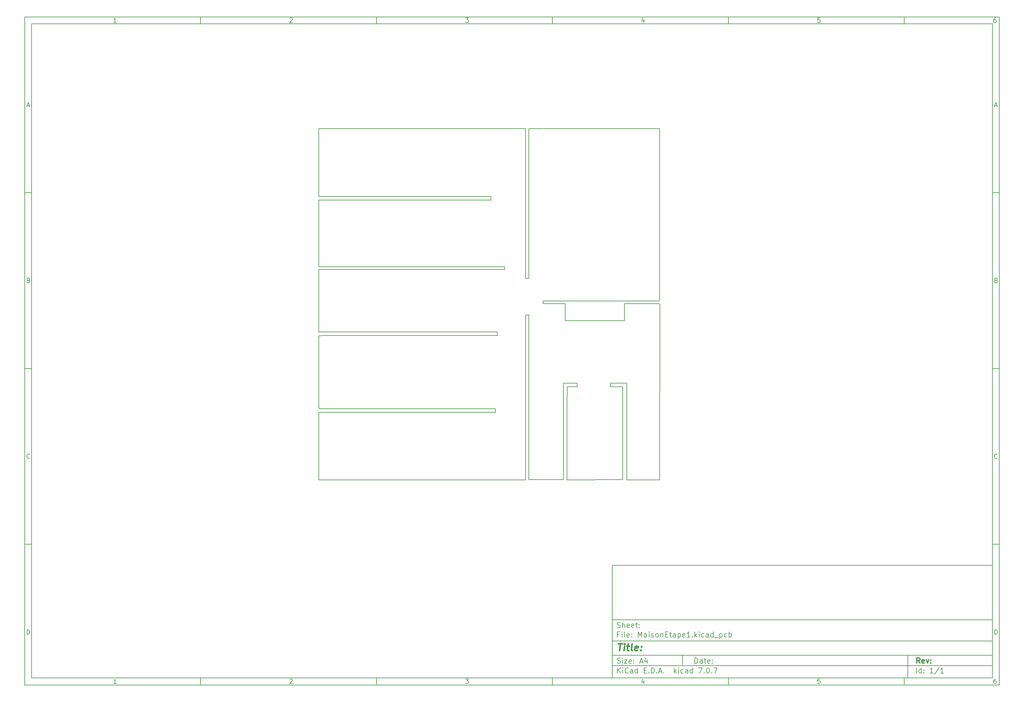
<source format=gm1>
%TF.GenerationSoftware,KiCad,Pcbnew,7.0.7*%
%TF.CreationDate,2023-11-05T18:49:29-05:00*%
%TF.ProjectId,MaisonEtape1,4d616973-6f6e-4457-9461-7065312e6b69,rev?*%
%TF.SameCoordinates,Original*%
%TF.FileFunction,Profile,NP*%
%FSLAX46Y46*%
G04 Gerber Fmt 4.6, Leading zero omitted, Abs format (unit mm)*
G04 Created by KiCad (PCBNEW 7.0.7) date 2023-11-05 18:49:29*
%MOMM*%
%LPD*%
G01*
G04 APERTURE LIST*
%ADD10C,0.100000*%
%ADD11C,0.150000*%
%ADD12C,0.300000*%
%ADD13C,0.400000*%
%TA.AperFunction,Profile*%
%ADD14C,0.200000*%
%TD*%
G04 APERTURE END LIST*
D10*
D11*
X177002200Y-166007200D02*
X285002200Y-166007200D01*
X285002200Y-198007200D01*
X177002200Y-198007200D01*
X177002200Y-166007200D01*
D10*
D11*
X10000000Y-10000000D02*
X287002200Y-10000000D01*
X287002200Y-200007200D01*
X10000000Y-200007200D01*
X10000000Y-10000000D01*
D10*
D11*
X12000000Y-12000000D02*
X285002200Y-12000000D01*
X285002200Y-198007200D01*
X12000000Y-198007200D01*
X12000000Y-12000000D01*
D10*
D11*
X60000000Y-12000000D02*
X60000000Y-10000000D01*
D10*
D11*
X110000000Y-12000000D02*
X110000000Y-10000000D01*
D10*
D11*
X160000000Y-12000000D02*
X160000000Y-10000000D01*
D10*
D11*
X210000000Y-12000000D02*
X210000000Y-10000000D01*
D10*
D11*
X260000000Y-12000000D02*
X260000000Y-10000000D01*
D10*
D11*
X36089160Y-11593604D02*
X35346303Y-11593604D01*
X35717731Y-11593604D02*
X35717731Y-10293604D01*
X35717731Y-10293604D02*
X35593922Y-10479319D01*
X35593922Y-10479319D02*
X35470112Y-10603128D01*
X35470112Y-10603128D02*
X35346303Y-10665033D01*
D10*
D11*
X85346303Y-10417414D02*
X85408207Y-10355509D01*
X85408207Y-10355509D02*
X85532017Y-10293604D01*
X85532017Y-10293604D02*
X85841541Y-10293604D01*
X85841541Y-10293604D02*
X85965350Y-10355509D01*
X85965350Y-10355509D02*
X86027255Y-10417414D01*
X86027255Y-10417414D02*
X86089160Y-10541223D01*
X86089160Y-10541223D02*
X86089160Y-10665033D01*
X86089160Y-10665033D02*
X86027255Y-10850747D01*
X86027255Y-10850747D02*
X85284398Y-11593604D01*
X85284398Y-11593604D02*
X86089160Y-11593604D01*
D10*
D11*
X135284398Y-10293604D02*
X136089160Y-10293604D01*
X136089160Y-10293604D02*
X135655826Y-10788842D01*
X135655826Y-10788842D02*
X135841541Y-10788842D01*
X135841541Y-10788842D02*
X135965350Y-10850747D01*
X135965350Y-10850747D02*
X136027255Y-10912652D01*
X136027255Y-10912652D02*
X136089160Y-11036461D01*
X136089160Y-11036461D02*
X136089160Y-11345985D01*
X136089160Y-11345985D02*
X136027255Y-11469795D01*
X136027255Y-11469795D02*
X135965350Y-11531700D01*
X135965350Y-11531700D02*
X135841541Y-11593604D01*
X135841541Y-11593604D02*
X135470112Y-11593604D01*
X135470112Y-11593604D02*
X135346303Y-11531700D01*
X135346303Y-11531700D02*
X135284398Y-11469795D01*
D10*
D11*
X185965350Y-10726938D02*
X185965350Y-11593604D01*
X185655826Y-10231700D02*
X185346303Y-11160271D01*
X185346303Y-11160271D02*
X186151064Y-11160271D01*
D10*
D11*
X236027255Y-10293604D02*
X235408207Y-10293604D01*
X235408207Y-10293604D02*
X235346303Y-10912652D01*
X235346303Y-10912652D02*
X235408207Y-10850747D01*
X235408207Y-10850747D02*
X235532017Y-10788842D01*
X235532017Y-10788842D02*
X235841541Y-10788842D01*
X235841541Y-10788842D02*
X235965350Y-10850747D01*
X235965350Y-10850747D02*
X236027255Y-10912652D01*
X236027255Y-10912652D02*
X236089160Y-11036461D01*
X236089160Y-11036461D02*
X236089160Y-11345985D01*
X236089160Y-11345985D02*
X236027255Y-11469795D01*
X236027255Y-11469795D02*
X235965350Y-11531700D01*
X235965350Y-11531700D02*
X235841541Y-11593604D01*
X235841541Y-11593604D02*
X235532017Y-11593604D01*
X235532017Y-11593604D02*
X235408207Y-11531700D01*
X235408207Y-11531700D02*
X235346303Y-11469795D01*
D10*
D11*
X285965350Y-10293604D02*
X285717731Y-10293604D01*
X285717731Y-10293604D02*
X285593922Y-10355509D01*
X285593922Y-10355509D02*
X285532017Y-10417414D01*
X285532017Y-10417414D02*
X285408207Y-10603128D01*
X285408207Y-10603128D02*
X285346303Y-10850747D01*
X285346303Y-10850747D02*
X285346303Y-11345985D01*
X285346303Y-11345985D02*
X285408207Y-11469795D01*
X285408207Y-11469795D02*
X285470112Y-11531700D01*
X285470112Y-11531700D02*
X285593922Y-11593604D01*
X285593922Y-11593604D02*
X285841541Y-11593604D01*
X285841541Y-11593604D02*
X285965350Y-11531700D01*
X285965350Y-11531700D02*
X286027255Y-11469795D01*
X286027255Y-11469795D02*
X286089160Y-11345985D01*
X286089160Y-11345985D02*
X286089160Y-11036461D01*
X286089160Y-11036461D02*
X286027255Y-10912652D01*
X286027255Y-10912652D02*
X285965350Y-10850747D01*
X285965350Y-10850747D02*
X285841541Y-10788842D01*
X285841541Y-10788842D02*
X285593922Y-10788842D01*
X285593922Y-10788842D02*
X285470112Y-10850747D01*
X285470112Y-10850747D02*
X285408207Y-10912652D01*
X285408207Y-10912652D02*
X285346303Y-11036461D01*
D10*
D11*
X60000000Y-198007200D02*
X60000000Y-200007200D01*
D10*
D11*
X110000000Y-198007200D02*
X110000000Y-200007200D01*
D10*
D11*
X160000000Y-198007200D02*
X160000000Y-200007200D01*
D10*
D11*
X210000000Y-198007200D02*
X210000000Y-200007200D01*
D10*
D11*
X260000000Y-198007200D02*
X260000000Y-200007200D01*
D10*
D11*
X36089160Y-199600804D02*
X35346303Y-199600804D01*
X35717731Y-199600804D02*
X35717731Y-198300804D01*
X35717731Y-198300804D02*
X35593922Y-198486519D01*
X35593922Y-198486519D02*
X35470112Y-198610328D01*
X35470112Y-198610328D02*
X35346303Y-198672233D01*
D10*
D11*
X85346303Y-198424614D02*
X85408207Y-198362709D01*
X85408207Y-198362709D02*
X85532017Y-198300804D01*
X85532017Y-198300804D02*
X85841541Y-198300804D01*
X85841541Y-198300804D02*
X85965350Y-198362709D01*
X85965350Y-198362709D02*
X86027255Y-198424614D01*
X86027255Y-198424614D02*
X86089160Y-198548423D01*
X86089160Y-198548423D02*
X86089160Y-198672233D01*
X86089160Y-198672233D02*
X86027255Y-198857947D01*
X86027255Y-198857947D02*
X85284398Y-199600804D01*
X85284398Y-199600804D02*
X86089160Y-199600804D01*
D10*
D11*
X135284398Y-198300804D02*
X136089160Y-198300804D01*
X136089160Y-198300804D02*
X135655826Y-198796042D01*
X135655826Y-198796042D02*
X135841541Y-198796042D01*
X135841541Y-198796042D02*
X135965350Y-198857947D01*
X135965350Y-198857947D02*
X136027255Y-198919852D01*
X136027255Y-198919852D02*
X136089160Y-199043661D01*
X136089160Y-199043661D02*
X136089160Y-199353185D01*
X136089160Y-199353185D02*
X136027255Y-199476995D01*
X136027255Y-199476995D02*
X135965350Y-199538900D01*
X135965350Y-199538900D02*
X135841541Y-199600804D01*
X135841541Y-199600804D02*
X135470112Y-199600804D01*
X135470112Y-199600804D02*
X135346303Y-199538900D01*
X135346303Y-199538900D02*
X135284398Y-199476995D01*
D10*
D11*
X185965350Y-198734138D02*
X185965350Y-199600804D01*
X185655826Y-198238900D02*
X185346303Y-199167471D01*
X185346303Y-199167471D02*
X186151064Y-199167471D01*
D10*
D11*
X236027255Y-198300804D02*
X235408207Y-198300804D01*
X235408207Y-198300804D02*
X235346303Y-198919852D01*
X235346303Y-198919852D02*
X235408207Y-198857947D01*
X235408207Y-198857947D02*
X235532017Y-198796042D01*
X235532017Y-198796042D02*
X235841541Y-198796042D01*
X235841541Y-198796042D02*
X235965350Y-198857947D01*
X235965350Y-198857947D02*
X236027255Y-198919852D01*
X236027255Y-198919852D02*
X236089160Y-199043661D01*
X236089160Y-199043661D02*
X236089160Y-199353185D01*
X236089160Y-199353185D02*
X236027255Y-199476995D01*
X236027255Y-199476995D02*
X235965350Y-199538900D01*
X235965350Y-199538900D02*
X235841541Y-199600804D01*
X235841541Y-199600804D02*
X235532017Y-199600804D01*
X235532017Y-199600804D02*
X235408207Y-199538900D01*
X235408207Y-199538900D02*
X235346303Y-199476995D01*
D10*
D11*
X285965350Y-198300804D02*
X285717731Y-198300804D01*
X285717731Y-198300804D02*
X285593922Y-198362709D01*
X285593922Y-198362709D02*
X285532017Y-198424614D01*
X285532017Y-198424614D02*
X285408207Y-198610328D01*
X285408207Y-198610328D02*
X285346303Y-198857947D01*
X285346303Y-198857947D02*
X285346303Y-199353185D01*
X285346303Y-199353185D02*
X285408207Y-199476995D01*
X285408207Y-199476995D02*
X285470112Y-199538900D01*
X285470112Y-199538900D02*
X285593922Y-199600804D01*
X285593922Y-199600804D02*
X285841541Y-199600804D01*
X285841541Y-199600804D02*
X285965350Y-199538900D01*
X285965350Y-199538900D02*
X286027255Y-199476995D01*
X286027255Y-199476995D02*
X286089160Y-199353185D01*
X286089160Y-199353185D02*
X286089160Y-199043661D01*
X286089160Y-199043661D02*
X286027255Y-198919852D01*
X286027255Y-198919852D02*
X285965350Y-198857947D01*
X285965350Y-198857947D02*
X285841541Y-198796042D01*
X285841541Y-198796042D02*
X285593922Y-198796042D01*
X285593922Y-198796042D02*
X285470112Y-198857947D01*
X285470112Y-198857947D02*
X285408207Y-198919852D01*
X285408207Y-198919852D02*
X285346303Y-199043661D01*
D10*
D11*
X10000000Y-60000000D02*
X12000000Y-60000000D01*
D10*
D11*
X10000000Y-110000000D02*
X12000000Y-110000000D01*
D10*
D11*
X10000000Y-160000000D02*
X12000000Y-160000000D01*
D10*
D11*
X10690476Y-35222176D02*
X11309523Y-35222176D01*
X10566666Y-35593604D02*
X10999999Y-34293604D01*
X10999999Y-34293604D02*
X11433333Y-35593604D01*
D10*
D11*
X11092857Y-84912652D02*
X11278571Y-84974557D01*
X11278571Y-84974557D02*
X11340476Y-85036461D01*
X11340476Y-85036461D02*
X11402380Y-85160271D01*
X11402380Y-85160271D02*
X11402380Y-85345985D01*
X11402380Y-85345985D02*
X11340476Y-85469795D01*
X11340476Y-85469795D02*
X11278571Y-85531700D01*
X11278571Y-85531700D02*
X11154761Y-85593604D01*
X11154761Y-85593604D02*
X10659523Y-85593604D01*
X10659523Y-85593604D02*
X10659523Y-84293604D01*
X10659523Y-84293604D02*
X11092857Y-84293604D01*
X11092857Y-84293604D02*
X11216666Y-84355509D01*
X11216666Y-84355509D02*
X11278571Y-84417414D01*
X11278571Y-84417414D02*
X11340476Y-84541223D01*
X11340476Y-84541223D02*
X11340476Y-84665033D01*
X11340476Y-84665033D02*
X11278571Y-84788842D01*
X11278571Y-84788842D02*
X11216666Y-84850747D01*
X11216666Y-84850747D02*
X11092857Y-84912652D01*
X11092857Y-84912652D02*
X10659523Y-84912652D01*
D10*
D11*
X11402380Y-135469795D02*
X11340476Y-135531700D01*
X11340476Y-135531700D02*
X11154761Y-135593604D01*
X11154761Y-135593604D02*
X11030952Y-135593604D01*
X11030952Y-135593604D02*
X10845238Y-135531700D01*
X10845238Y-135531700D02*
X10721428Y-135407890D01*
X10721428Y-135407890D02*
X10659523Y-135284080D01*
X10659523Y-135284080D02*
X10597619Y-135036461D01*
X10597619Y-135036461D02*
X10597619Y-134850747D01*
X10597619Y-134850747D02*
X10659523Y-134603128D01*
X10659523Y-134603128D02*
X10721428Y-134479319D01*
X10721428Y-134479319D02*
X10845238Y-134355509D01*
X10845238Y-134355509D02*
X11030952Y-134293604D01*
X11030952Y-134293604D02*
X11154761Y-134293604D01*
X11154761Y-134293604D02*
X11340476Y-134355509D01*
X11340476Y-134355509D02*
X11402380Y-134417414D01*
D10*
D11*
X10659523Y-185593604D02*
X10659523Y-184293604D01*
X10659523Y-184293604D02*
X10969047Y-184293604D01*
X10969047Y-184293604D02*
X11154761Y-184355509D01*
X11154761Y-184355509D02*
X11278571Y-184479319D01*
X11278571Y-184479319D02*
X11340476Y-184603128D01*
X11340476Y-184603128D02*
X11402380Y-184850747D01*
X11402380Y-184850747D02*
X11402380Y-185036461D01*
X11402380Y-185036461D02*
X11340476Y-185284080D01*
X11340476Y-185284080D02*
X11278571Y-185407890D01*
X11278571Y-185407890D02*
X11154761Y-185531700D01*
X11154761Y-185531700D02*
X10969047Y-185593604D01*
X10969047Y-185593604D02*
X10659523Y-185593604D01*
D10*
D11*
X287002200Y-60000000D02*
X285002200Y-60000000D01*
D10*
D11*
X287002200Y-110000000D02*
X285002200Y-110000000D01*
D10*
D11*
X287002200Y-160000000D02*
X285002200Y-160000000D01*
D10*
D11*
X285692676Y-35222176D02*
X286311723Y-35222176D01*
X285568866Y-35593604D02*
X286002199Y-34293604D01*
X286002199Y-34293604D02*
X286435533Y-35593604D01*
D10*
D11*
X286095057Y-84912652D02*
X286280771Y-84974557D01*
X286280771Y-84974557D02*
X286342676Y-85036461D01*
X286342676Y-85036461D02*
X286404580Y-85160271D01*
X286404580Y-85160271D02*
X286404580Y-85345985D01*
X286404580Y-85345985D02*
X286342676Y-85469795D01*
X286342676Y-85469795D02*
X286280771Y-85531700D01*
X286280771Y-85531700D02*
X286156961Y-85593604D01*
X286156961Y-85593604D02*
X285661723Y-85593604D01*
X285661723Y-85593604D02*
X285661723Y-84293604D01*
X285661723Y-84293604D02*
X286095057Y-84293604D01*
X286095057Y-84293604D02*
X286218866Y-84355509D01*
X286218866Y-84355509D02*
X286280771Y-84417414D01*
X286280771Y-84417414D02*
X286342676Y-84541223D01*
X286342676Y-84541223D02*
X286342676Y-84665033D01*
X286342676Y-84665033D02*
X286280771Y-84788842D01*
X286280771Y-84788842D02*
X286218866Y-84850747D01*
X286218866Y-84850747D02*
X286095057Y-84912652D01*
X286095057Y-84912652D02*
X285661723Y-84912652D01*
D10*
D11*
X286404580Y-135469795D02*
X286342676Y-135531700D01*
X286342676Y-135531700D02*
X286156961Y-135593604D01*
X286156961Y-135593604D02*
X286033152Y-135593604D01*
X286033152Y-135593604D02*
X285847438Y-135531700D01*
X285847438Y-135531700D02*
X285723628Y-135407890D01*
X285723628Y-135407890D02*
X285661723Y-135284080D01*
X285661723Y-135284080D02*
X285599819Y-135036461D01*
X285599819Y-135036461D02*
X285599819Y-134850747D01*
X285599819Y-134850747D02*
X285661723Y-134603128D01*
X285661723Y-134603128D02*
X285723628Y-134479319D01*
X285723628Y-134479319D02*
X285847438Y-134355509D01*
X285847438Y-134355509D02*
X286033152Y-134293604D01*
X286033152Y-134293604D02*
X286156961Y-134293604D01*
X286156961Y-134293604D02*
X286342676Y-134355509D01*
X286342676Y-134355509D02*
X286404580Y-134417414D01*
D10*
D11*
X285661723Y-185593604D02*
X285661723Y-184293604D01*
X285661723Y-184293604D02*
X285971247Y-184293604D01*
X285971247Y-184293604D02*
X286156961Y-184355509D01*
X286156961Y-184355509D02*
X286280771Y-184479319D01*
X286280771Y-184479319D02*
X286342676Y-184603128D01*
X286342676Y-184603128D02*
X286404580Y-184850747D01*
X286404580Y-184850747D02*
X286404580Y-185036461D01*
X286404580Y-185036461D02*
X286342676Y-185284080D01*
X286342676Y-185284080D02*
X286280771Y-185407890D01*
X286280771Y-185407890D02*
X286156961Y-185531700D01*
X286156961Y-185531700D02*
X285971247Y-185593604D01*
X285971247Y-185593604D02*
X285661723Y-185593604D01*
D10*
D11*
X200458026Y-193793328D02*
X200458026Y-192293328D01*
X200458026Y-192293328D02*
X200815169Y-192293328D01*
X200815169Y-192293328D02*
X201029455Y-192364757D01*
X201029455Y-192364757D02*
X201172312Y-192507614D01*
X201172312Y-192507614D02*
X201243741Y-192650471D01*
X201243741Y-192650471D02*
X201315169Y-192936185D01*
X201315169Y-192936185D02*
X201315169Y-193150471D01*
X201315169Y-193150471D02*
X201243741Y-193436185D01*
X201243741Y-193436185D02*
X201172312Y-193579042D01*
X201172312Y-193579042D02*
X201029455Y-193721900D01*
X201029455Y-193721900D02*
X200815169Y-193793328D01*
X200815169Y-193793328D02*
X200458026Y-193793328D01*
X202600884Y-193793328D02*
X202600884Y-193007614D01*
X202600884Y-193007614D02*
X202529455Y-192864757D01*
X202529455Y-192864757D02*
X202386598Y-192793328D01*
X202386598Y-192793328D02*
X202100884Y-192793328D01*
X202100884Y-192793328D02*
X201958026Y-192864757D01*
X202600884Y-193721900D02*
X202458026Y-193793328D01*
X202458026Y-193793328D02*
X202100884Y-193793328D01*
X202100884Y-193793328D02*
X201958026Y-193721900D01*
X201958026Y-193721900D02*
X201886598Y-193579042D01*
X201886598Y-193579042D02*
X201886598Y-193436185D01*
X201886598Y-193436185D02*
X201958026Y-193293328D01*
X201958026Y-193293328D02*
X202100884Y-193221900D01*
X202100884Y-193221900D02*
X202458026Y-193221900D01*
X202458026Y-193221900D02*
X202600884Y-193150471D01*
X203100884Y-192793328D02*
X203672312Y-192793328D01*
X203315169Y-192293328D02*
X203315169Y-193579042D01*
X203315169Y-193579042D02*
X203386598Y-193721900D01*
X203386598Y-193721900D02*
X203529455Y-193793328D01*
X203529455Y-193793328D02*
X203672312Y-193793328D01*
X204743741Y-193721900D02*
X204600884Y-193793328D01*
X204600884Y-193793328D02*
X204315170Y-193793328D01*
X204315170Y-193793328D02*
X204172312Y-193721900D01*
X204172312Y-193721900D02*
X204100884Y-193579042D01*
X204100884Y-193579042D02*
X204100884Y-193007614D01*
X204100884Y-193007614D02*
X204172312Y-192864757D01*
X204172312Y-192864757D02*
X204315170Y-192793328D01*
X204315170Y-192793328D02*
X204600884Y-192793328D01*
X204600884Y-192793328D02*
X204743741Y-192864757D01*
X204743741Y-192864757D02*
X204815170Y-193007614D01*
X204815170Y-193007614D02*
X204815170Y-193150471D01*
X204815170Y-193150471D02*
X204100884Y-193293328D01*
X205458026Y-193650471D02*
X205529455Y-193721900D01*
X205529455Y-193721900D02*
X205458026Y-193793328D01*
X205458026Y-193793328D02*
X205386598Y-193721900D01*
X205386598Y-193721900D02*
X205458026Y-193650471D01*
X205458026Y-193650471D02*
X205458026Y-193793328D01*
X205458026Y-192864757D02*
X205529455Y-192936185D01*
X205529455Y-192936185D02*
X205458026Y-193007614D01*
X205458026Y-193007614D02*
X205386598Y-192936185D01*
X205386598Y-192936185D02*
X205458026Y-192864757D01*
X205458026Y-192864757D02*
X205458026Y-193007614D01*
D10*
D11*
X177002200Y-194507200D02*
X285002200Y-194507200D01*
D10*
D11*
X178458026Y-196593328D02*
X178458026Y-195093328D01*
X179315169Y-196593328D02*
X178672312Y-195736185D01*
X179315169Y-195093328D02*
X178458026Y-195950471D01*
X179958026Y-196593328D02*
X179958026Y-195593328D01*
X179958026Y-195093328D02*
X179886598Y-195164757D01*
X179886598Y-195164757D02*
X179958026Y-195236185D01*
X179958026Y-195236185D02*
X180029455Y-195164757D01*
X180029455Y-195164757D02*
X179958026Y-195093328D01*
X179958026Y-195093328D02*
X179958026Y-195236185D01*
X181529455Y-196450471D02*
X181458027Y-196521900D01*
X181458027Y-196521900D02*
X181243741Y-196593328D01*
X181243741Y-196593328D02*
X181100884Y-196593328D01*
X181100884Y-196593328D02*
X180886598Y-196521900D01*
X180886598Y-196521900D02*
X180743741Y-196379042D01*
X180743741Y-196379042D02*
X180672312Y-196236185D01*
X180672312Y-196236185D02*
X180600884Y-195950471D01*
X180600884Y-195950471D02*
X180600884Y-195736185D01*
X180600884Y-195736185D02*
X180672312Y-195450471D01*
X180672312Y-195450471D02*
X180743741Y-195307614D01*
X180743741Y-195307614D02*
X180886598Y-195164757D01*
X180886598Y-195164757D02*
X181100884Y-195093328D01*
X181100884Y-195093328D02*
X181243741Y-195093328D01*
X181243741Y-195093328D02*
X181458027Y-195164757D01*
X181458027Y-195164757D02*
X181529455Y-195236185D01*
X182815170Y-196593328D02*
X182815170Y-195807614D01*
X182815170Y-195807614D02*
X182743741Y-195664757D01*
X182743741Y-195664757D02*
X182600884Y-195593328D01*
X182600884Y-195593328D02*
X182315170Y-195593328D01*
X182315170Y-195593328D02*
X182172312Y-195664757D01*
X182815170Y-196521900D02*
X182672312Y-196593328D01*
X182672312Y-196593328D02*
X182315170Y-196593328D01*
X182315170Y-196593328D02*
X182172312Y-196521900D01*
X182172312Y-196521900D02*
X182100884Y-196379042D01*
X182100884Y-196379042D02*
X182100884Y-196236185D01*
X182100884Y-196236185D02*
X182172312Y-196093328D01*
X182172312Y-196093328D02*
X182315170Y-196021900D01*
X182315170Y-196021900D02*
X182672312Y-196021900D01*
X182672312Y-196021900D02*
X182815170Y-195950471D01*
X184172313Y-196593328D02*
X184172313Y-195093328D01*
X184172313Y-196521900D02*
X184029455Y-196593328D01*
X184029455Y-196593328D02*
X183743741Y-196593328D01*
X183743741Y-196593328D02*
X183600884Y-196521900D01*
X183600884Y-196521900D02*
X183529455Y-196450471D01*
X183529455Y-196450471D02*
X183458027Y-196307614D01*
X183458027Y-196307614D02*
X183458027Y-195879042D01*
X183458027Y-195879042D02*
X183529455Y-195736185D01*
X183529455Y-195736185D02*
X183600884Y-195664757D01*
X183600884Y-195664757D02*
X183743741Y-195593328D01*
X183743741Y-195593328D02*
X184029455Y-195593328D01*
X184029455Y-195593328D02*
X184172313Y-195664757D01*
X186029455Y-195807614D02*
X186529455Y-195807614D01*
X186743741Y-196593328D02*
X186029455Y-196593328D01*
X186029455Y-196593328D02*
X186029455Y-195093328D01*
X186029455Y-195093328D02*
X186743741Y-195093328D01*
X187386598Y-196450471D02*
X187458027Y-196521900D01*
X187458027Y-196521900D02*
X187386598Y-196593328D01*
X187386598Y-196593328D02*
X187315170Y-196521900D01*
X187315170Y-196521900D02*
X187386598Y-196450471D01*
X187386598Y-196450471D02*
X187386598Y-196593328D01*
X188100884Y-196593328D02*
X188100884Y-195093328D01*
X188100884Y-195093328D02*
X188458027Y-195093328D01*
X188458027Y-195093328D02*
X188672313Y-195164757D01*
X188672313Y-195164757D02*
X188815170Y-195307614D01*
X188815170Y-195307614D02*
X188886599Y-195450471D01*
X188886599Y-195450471D02*
X188958027Y-195736185D01*
X188958027Y-195736185D02*
X188958027Y-195950471D01*
X188958027Y-195950471D02*
X188886599Y-196236185D01*
X188886599Y-196236185D02*
X188815170Y-196379042D01*
X188815170Y-196379042D02*
X188672313Y-196521900D01*
X188672313Y-196521900D02*
X188458027Y-196593328D01*
X188458027Y-196593328D02*
X188100884Y-196593328D01*
X189600884Y-196450471D02*
X189672313Y-196521900D01*
X189672313Y-196521900D02*
X189600884Y-196593328D01*
X189600884Y-196593328D02*
X189529456Y-196521900D01*
X189529456Y-196521900D02*
X189600884Y-196450471D01*
X189600884Y-196450471D02*
X189600884Y-196593328D01*
X190243742Y-196164757D02*
X190958028Y-196164757D01*
X190100885Y-196593328D02*
X190600885Y-195093328D01*
X190600885Y-195093328D02*
X191100885Y-196593328D01*
X191600884Y-196450471D02*
X191672313Y-196521900D01*
X191672313Y-196521900D02*
X191600884Y-196593328D01*
X191600884Y-196593328D02*
X191529456Y-196521900D01*
X191529456Y-196521900D02*
X191600884Y-196450471D01*
X191600884Y-196450471D02*
X191600884Y-196593328D01*
X194600884Y-196593328D02*
X194600884Y-195093328D01*
X194743742Y-196021900D02*
X195172313Y-196593328D01*
X195172313Y-195593328D02*
X194600884Y-196164757D01*
X195815170Y-196593328D02*
X195815170Y-195593328D01*
X195815170Y-195093328D02*
X195743742Y-195164757D01*
X195743742Y-195164757D02*
X195815170Y-195236185D01*
X195815170Y-195236185D02*
X195886599Y-195164757D01*
X195886599Y-195164757D02*
X195815170Y-195093328D01*
X195815170Y-195093328D02*
X195815170Y-195236185D01*
X197172314Y-196521900D02*
X197029456Y-196593328D01*
X197029456Y-196593328D02*
X196743742Y-196593328D01*
X196743742Y-196593328D02*
X196600885Y-196521900D01*
X196600885Y-196521900D02*
X196529456Y-196450471D01*
X196529456Y-196450471D02*
X196458028Y-196307614D01*
X196458028Y-196307614D02*
X196458028Y-195879042D01*
X196458028Y-195879042D02*
X196529456Y-195736185D01*
X196529456Y-195736185D02*
X196600885Y-195664757D01*
X196600885Y-195664757D02*
X196743742Y-195593328D01*
X196743742Y-195593328D02*
X197029456Y-195593328D01*
X197029456Y-195593328D02*
X197172314Y-195664757D01*
X198458028Y-196593328D02*
X198458028Y-195807614D01*
X198458028Y-195807614D02*
X198386599Y-195664757D01*
X198386599Y-195664757D02*
X198243742Y-195593328D01*
X198243742Y-195593328D02*
X197958028Y-195593328D01*
X197958028Y-195593328D02*
X197815170Y-195664757D01*
X198458028Y-196521900D02*
X198315170Y-196593328D01*
X198315170Y-196593328D02*
X197958028Y-196593328D01*
X197958028Y-196593328D02*
X197815170Y-196521900D01*
X197815170Y-196521900D02*
X197743742Y-196379042D01*
X197743742Y-196379042D02*
X197743742Y-196236185D01*
X197743742Y-196236185D02*
X197815170Y-196093328D01*
X197815170Y-196093328D02*
X197958028Y-196021900D01*
X197958028Y-196021900D02*
X198315170Y-196021900D01*
X198315170Y-196021900D02*
X198458028Y-195950471D01*
X199815171Y-196593328D02*
X199815171Y-195093328D01*
X199815171Y-196521900D02*
X199672313Y-196593328D01*
X199672313Y-196593328D02*
X199386599Y-196593328D01*
X199386599Y-196593328D02*
X199243742Y-196521900D01*
X199243742Y-196521900D02*
X199172313Y-196450471D01*
X199172313Y-196450471D02*
X199100885Y-196307614D01*
X199100885Y-196307614D02*
X199100885Y-195879042D01*
X199100885Y-195879042D02*
X199172313Y-195736185D01*
X199172313Y-195736185D02*
X199243742Y-195664757D01*
X199243742Y-195664757D02*
X199386599Y-195593328D01*
X199386599Y-195593328D02*
X199672313Y-195593328D01*
X199672313Y-195593328D02*
X199815171Y-195664757D01*
X201529456Y-195093328D02*
X202529456Y-195093328D01*
X202529456Y-195093328D02*
X201886599Y-196593328D01*
X203100884Y-196450471D02*
X203172313Y-196521900D01*
X203172313Y-196521900D02*
X203100884Y-196593328D01*
X203100884Y-196593328D02*
X203029456Y-196521900D01*
X203029456Y-196521900D02*
X203100884Y-196450471D01*
X203100884Y-196450471D02*
X203100884Y-196593328D01*
X204100885Y-195093328D02*
X204243742Y-195093328D01*
X204243742Y-195093328D02*
X204386599Y-195164757D01*
X204386599Y-195164757D02*
X204458028Y-195236185D01*
X204458028Y-195236185D02*
X204529456Y-195379042D01*
X204529456Y-195379042D02*
X204600885Y-195664757D01*
X204600885Y-195664757D02*
X204600885Y-196021900D01*
X204600885Y-196021900D02*
X204529456Y-196307614D01*
X204529456Y-196307614D02*
X204458028Y-196450471D01*
X204458028Y-196450471D02*
X204386599Y-196521900D01*
X204386599Y-196521900D02*
X204243742Y-196593328D01*
X204243742Y-196593328D02*
X204100885Y-196593328D01*
X204100885Y-196593328D02*
X203958028Y-196521900D01*
X203958028Y-196521900D02*
X203886599Y-196450471D01*
X203886599Y-196450471D02*
X203815170Y-196307614D01*
X203815170Y-196307614D02*
X203743742Y-196021900D01*
X203743742Y-196021900D02*
X203743742Y-195664757D01*
X203743742Y-195664757D02*
X203815170Y-195379042D01*
X203815170Y-195379042D02*
X203886599Y-195236185D01*
X203886599Y-195236185D02*
X203958028Y-195164757D01*
X203958028Y-195164757D02*
X204100885Y-195093328D01*
X205243741Y-196450471D02*
X205315170Y-196521900D01*
X205315170Y-196521900D02*
X205243741Y-196593328D01*
X205243741Y-196593328D02*
X205172313Y-196521900D01*
X205172313Y-196521900D02*
X205243741Y-196450471D01*
X205243741Y-196450471D02*
X205243741Y-196593328D01*
X205815170Y-195093328D02*
X206815170Y-195093328D01*
X206815170Y-195093328D02*
X206172313Y-196593328D01*
D10*
D11*
X177002200Y-191507200D02*
X285002200Y-191507200D01*
D10*
D12*
X264413853Y-193785528D02*
X263913853Y-193071242D01*
X263556710Y-193785528D02*
X263556710Y-192285528D01*
X263556710Y-192285528D02*
X264128139Y-192285528D01*
X264128139Y-192285528D02*
X264270996Y-192356957D01*
X264270996Y-192356957D02*
X264342425Y-192428385D01*
X264342425Y-192428385D02*
X264413853Y-192571242D01*
X264413853Y-192571242D02*
X264413853Y-192785528D01*
X264413853Y-192785528D02*
X264342425Y-192928385D01*
X264342425Y-192928385D02*
X264270996Y-192999814D01*
X264270996Y-192999814D02*
X264128139Y-193071242D01*
X264128139Y-193071242D02*
X263556710Y-193071242D01*
X265628139Y-193714100D02*
X265485282Y-193785528D01*
X265485282Y-193785528D02*
X265199568Y-193785528D01*
X265199568Y-193785528D02*
X265056710Y-193714100D01*
X265056710Y-193714100D02*
X264985282Y-193571242D01*
X264985282Y-193571242D02*
X264985282Y-192999814D01*
X264985282Y-192999814D02*
X265056710Y-192856957D01*
X265056710Y-192856957D02*
X265199568Y-192785528D01*
X265199568Y-192785528D02*
X265485282Y-192785528D01*
X265485282Y-192785528D02*
X265628139Y-192856957D01*
X265628139Y-192856957D02*
X265699568Y-192999814D01*
X265699568Y-192999814D02*
X265699568Y-193142671D01*
X265699568Y-193142671D02*
X264985282Y-193285528D01*
X266199567Y-192785528D02*
X266556710Y-193785528D01*
X266556710Y-193785528D02*
X266913853Y-192785528D01*
X267485281Y-193642671D02*
X267556710Y-193714100D01*
X267556710Y-193714100D02*
X267485281Y-193785528D01*
X267485281Y-193785528D02*
X267413853Y-193714100D01*
X267413853Y-193714100D02*
X267485281Y-193642671D01*
X267485281Y-193642671D02*
X267485281Y-193785528D01*
X267485281Y-192856957D02*
X267556710Y-192928385D01*
X267556710Y-192928385D02*
X267485281Y-192999814D01*
X267485281Y-192999814D02*
X267413853Y-192928385D01*
X267413853Y-192928385D02*
X267485281Y-192856957D01*
X267485281Y-192856957D02*
X267485281Y-192999814D01*
D10*
D11*
X178386598Y-193721900D02*
X178600884Y-193793328D01*
X178600884Y-193793328D02*
X178958026Y-193793328D01*
X178958026Y-193793328D02*
X179100884Y-193721900D01*
X179100884Y-193721900D02*
X179172312Y-193650471D01*
X179172312Y-193650471D02*
X179243741Y-193507614D01*
X179243741Y-193507614D02*
X179243741Y-193364757D01*
X179243741Y-193364757D02*
X179172312Y-193221900D01*
X179172312Y-193221900D02*
X179100884Y-193150471D01*
X179100884Y-193150471D02*
X178958026Y-193079042D01*
X178958026Y-193079042D02*
X178672312Y-193007614D01*
X178672312Y-193007614D02*
X178529455Y-192936185D01*
X178529455Y-192936185D02*
X178458026Y-192864757D01*
X178458026Y-192864757D02*
X178386598Y-192721900D01*
X178386598Y-192721900D02*
X178386598Y-192579042D01*
X178386598Y-192579042D02*
X178458026Y-192436185D01*
X178458026Y-192436185D02*
X178529455Y-192364757D01*
X178529455Y-192364757D02*
X178672312Y-192293328D01*
X178672312Y-192293328D02*
X179029455Y-192293328D01*
X179029455Y-192293328D02*
X179243741Y-192364757D01*
X179886597Y-193793328D02*
X179886597Y-192793328D01*
X179886597Y-192293328D02*
X179815169Y-192364757D01*
X179815169Y-192364757D02*
X179886597Y-192436185D01*
X179886597Y-192436185D02*
X179958026Y-192364757D01*
X179958026Y-192364757D02*
X179886597Y-192293328D01*
X179886597Y-192293328D02*
X179886597Y-192436185D01*
X180458026Y-192793328D02*
X181243741Y-192793328D01*
X181243741Y-192793328D02*
X180458026Y-193793328D01*
X180458026Y-193793328D02*
X181243741Y-193793328D01*
X182386598Y-193721900D02*
X182243741Y-193793328D01*
X182243741Y-193793328D02*
X181958027Y-193793328D01*
X181958027Y-193793328D02*
X181815169Y-193721900D01*
X181815169Y-193721900D02*
X181743741Y-193579042D01*
X181743741Y-193579042D02*
X181743741Y-193007614D01*
X181743741Y-193007614D02*
X181815169Y-192864757D01*
X181815169Y-192864757D02*
X181958027Y-192793328D01*
X181958027Y-192793328D02*
X182243741Y-192793328D01*
X182243741Y-192793328D02*
X182386598Y-192864757D01*
X182386598Y-192864757D02*
X182458027Y-193007614D01*
X182458027Y-193007614D02*
X182458027Y-193150471D01*
X182458027Y-193150471D02*
X181743741Y-193293328D01*
X183100883Y-193650471D02*
X183172312Y-193721900D01*
X183172312Y-193721900D02*
X183100883Y-193793328D01*
X183100883Y-193793328D02*
X183029455Y-193721900D01*
X183029455Y-193721900D02*
X183100883Y-193650471D01*
X183100883Y-193650471D02*
X183100883Y-193793328D01*
X183100883Y-192864757D02*
X183172312Y-192936185D01*
X183172312Y-192936185D02*
X183100883Y-193007614D01*
X183100883Y-193007614D02*
X183029455Y-192936185D01*
X183029455Y-192936185D02*
X183100883Y-192864757D01*
X183100883Y-192864757D02*
X183100883Y-193007614D01*
X184886598Y-193364757D02*
X185600884Y-193364757D01*
X184743741Y-193793328D02*
X185243741Y-192293328D01*
X185243741Y-192293328D02*
X185743741Y-193793328D01*
X186886598Y-192793328D02*
X186886598Y-193793328D01*
X186529455Y-192221900D02*
X186172312Y-193293328D01*
X186172312Y-193293328D02*
X187100883Y-193293328D01*
D10*
D11*
X263458026Y-196593328D02*
X263458026Y-195093328D01*
X264815170Y-196593328D02*
X264815170Y-195093328D01*
X264815170Y-196521900D02*
X264672312Y-196593328D01*
X264672312Y-196593328D02*
X264386598Y-196593328D01*
X264386598Y-196593328D02*
X264243741Y-196521900D01*
X264243741Y-196521900D02*
X264172312Y-196450471D01*
X264172312Y-196450471D02*
X264100884Y-196307614D01*
X264100884Y-196307614D02*
X264100884Y-195879042D01*
X264100884Y-195879042D02*
X264172312Y-195736185D01*
X264172312Y-195736185D02*
X264243741Y-195664757D01*
X264243741Y-195664757D02*
X264386598Y-195593328D01*
X264386598Y-195593328D02*
X264672312Y-195593328D01*
X264672312Y-195593328D02*
X264815170Y-195664757D01*
X265529455Y-196450471D02*
X265600884Y-196521900D01*
X265600884Y-196521900D02*
X265529455Y-196593328D01*
X265529455Y-196593328D02*
X265458027Y-196521900D01*
X265458027Y-196521900D02*
X265529455Y-196450471D01*
X265529455Y-196450471D02*
X265529455Y-196593328D01*
X265529455Y-195664757D02*
X265600884Y-195736185D01*
X265600884Y-195736185D02*
X265529455Y-195807614D01*
X265529455Y-195807614D02*
X265458027Y-195736185D01*
X265458027Y-195736185D02*
X265529455Y-195664757D01*
X265529455Y-195664757D02*
X265529455Y-195807614D01*
X268172313Y-196593328D02*
X267315170Y-196593328D01*
X267743741Y-196593328D02*
X267743741Y-195093328D01*
X267743741Y-195093328D02*
X267600884Y-195307614D01*
X267600884Y-195307614D02*
X267458027Y-195450471D01*
X267458027Y-195450471D02*
X267315170Y-195521900D01*
X269886598Y-195021900D02*
X268600884Y-196950471D01*
X271172313Y-196593328D02*
X270315170Y-196593328D01*
X270743741Y-196593328D02*
X270743741Y-195093328D01*
X270743741Y-195093328D02*
X270600884Y-195307614D01*
X270600884Y-195307614D02*
X270458027Y-195450471D01*
X270458027Y-195450471D02*
X270315170Y-195521900D01*
D10*
D11*
X177002200Y-187507200D02*
X285002200Y-187507200D01*
D10*
D13*
X178693928Y-188211638D02*
X179836785Y-188211638D01*
X179015357Y-190211638D02*
X179265357Y-188211638D01*
X180253452Y-190211638D02*
X180420119Y-188878304D01*
X180503452Y-188211638D02*
X180396309Y-188306876D01*
X180396309Y-188306876D02*
X180479643Y-188402114D01*
X180479643Y-188402114D02*
X180586786Y-188306876D01*
X180586786Y-188306876D02*
X180503452Y-188211638D01*
X180503452Y-188211638D02*
X180479643Y-188402114D01*
X181086786Y-188878304D02*
X181848690Y-188878304D01*
X181455833Y-188211638D02*
X181241548Y-189925923D01*
X181241548Y-189925923D02*
X181312976Y-190116400D01*
X181312976Y-190116400D02*
X181491548Y-190211638D01*
X181491548Y-190211638D02*
X181682024Y-190211638D01*
X182634405Y-190211638D02*
X182455833Y-190116400D01*
X182455833Y-190116400D02*
X182384405Y-189925923D01*
X182384405Y-189925923D02*
X182598690Y-188211638D01*
X184170119Y-190116400D02*
X183967738Y-190211638D01*
X183967738Y-190211638D02*
X183586785Y-190211638D01*
X183586785Y-190211638D02*
X183408214Y-190116400D01*
X183408214Y-190116400D02*
X183336785Y-189925923D01*
X183336785Y-189925923D02*
X183432024Y-189164019D01*
X183432024Y-189164019D02*
X183551071Y-188973542D01*
X183551071Y-188973542D02*
X183753452Y-188878304D01*
X183753452Y-188878304D02*
X184134404Y-188878304D01*
X184134404Y-188878304D02*
X184312976Y-188973542D01*
X184312976Y-188973542D02*
X184384404Y-189164019D01*
X184384404Y-189164019D02*
X184360595Y-189354495D01*
X184360595Y-189354495D02*
X183384404Y-189544971D01*
X185134405Y-190021161D02*
X185217738Y-190116400D01*
X185217738Y-190116400D02*
X185110595Y-190211638D01*
X185110595Y-190211638D02*
X185027262Y-190116400D01*
X185027262Y-190116400D02*
X185134405Y-190021161D01*
X185134405Y-190021161D02*
X185110595Y-190211638D01*
X185265357Y-188973542D02*
X185348690Y-189068780D01*
X185348690Y-189068780D02*
X185241548Y-189164019D01*
X185241548Y-189164019D02*
X185158214Y-189068780D01*
X185158214Y-189068780D02*
X185265357Y-188973542D01*
X185265357Y-188973542D02*
X185241548Y-189164019D01*
D10*
D11*
X178958026Y-185607614D02*
X178458026Y-185607614D01*
X178458026Y-186393328D02*
X178458026Y-184893328D01*
X178458026Y-184893328D02*
X179172312Y-184893328D01*
X179743740Y-186393328D02*
X179743740Y-185393328D01*
X179743740Y-184893328D02*
X179672312Y-184964757D01*
X179672312Y-184964757D02*
X179743740Y-185036185D01*
X179743740Y-185036185D02*
X179815169Y-184964757D01*
X179815169Y-184964757D02*
X179743740Y-184893328D01*
X179743740Y-184893328D02*
X179743740Y-185036185D01*
X180672312Y-186393328D02*
X180529455Y-186321900D01*
X180529455Y-186321900D02*
X180458026Y-186179042D01*
X180458026Y-186179042D02*
X180458026Y-184893328D01*
X181815169Y-186321900D02*
X181672312Y-186393328D01*
X181672312Y-186393328D02*
X181386598Y-186393328D01*
X181386598Y-186393328D02*
X181243740Y-186321900D01*
X181243740Y-186321900D02*
X181172312Y-186179042D01*
X181172312Y-186179042D02*
X181172312Y-185607614D01*
X181172312Y-185607614D02*
X181243740Y-185464757D01*
X181243740Y-185464757D02*
X181386598Y-185393328D01*
X181386598Y-185393328D02*
X181672312Y-185393328D01*
X181672312Y-185393328D02*
X181815169Y-185464757D01*
X181815169Y-185464757D02*
X181886598Y-185607614D01*
X181886598Y-185607614D02*
X181886598Y-185750471D01*
X181886598Y-185750471D02*
X181172312Y-185893328D01*
X182529454Y-186250471D02*
X182600883Y-186321900D01*
X182600883Y-186321900D02*
X182529454Y-186393328D01*
X182529454Y-186393328D02*
X182458026Y-186321900D01*
X182458026Y-186321900D02*
X182529454Y-186250471D01*
X182529454Y-186250471D02*
X182529454Y-186393328D01*
X182529454Y-185464757D02*
X182600883Y-185536185D01*
X182600883Y-185536185D02*
X182529454Y-185607614D01*
X182529454Y-185607614D02*
X182458026Y-185536185D01*
X182458026Y-185536185D02*
X182529454Y-185464757D01*
X182529454Y-185464757D02*
X182529454Y-185607614D01*
X184386597Y-186393328D02*
X184386597Y-184893328D01*
X184386597Y-184893328D02*
X184886597Y-185964757D01*
X184886597Y-185964757D02*
X185386597Y-184893328D01*
X185386597Y-184893328D02*
X185386597Y-186393328D01*
X186743741Y-186393328D02*
X186743741Y-185607614D01*
X186743741Y-185607614D02*
X186672312Y-185464757D01*
X186672312Y-185464757D02*
X186529455Y-185393328D01*
X186529455Y-185393328D02*
X186243741Y-185393328D01*
X186243741Y-185393328D02*
X186100883Y-185464757D01*
X186743741Y-186321900D02*
X186600883Y-186393328D01*
X186600883Y-186393328D02*
X186243741Y-186393328D01*
X186243741Y-186393328D02*
X186100883Y-186321900D01*
X186100883Y-186321900D02*
X186029455Y-186179042D01*
X186029455Y-186179042D02*
X186029455Y-186036185D01*
X186029455Y-186036185D02*
X186100883Y-185893328D01*
X186100883Y-185893328D02*
X186243741Y-185821900D01*
X186243741Y-185821900D02*
X186600883Y-185821900D01*
X186600883Y-185821900D02*
X186743741Y-185750471D01*
X187458026Y-186393328D02*
X187458026Y-185393328D01*
X187458026Y-184893328D02*
X187386598Y-184964757D01*
X187386598Y-184964757D02*
X187458026Y-185036185D01*
X187458026Y-185036185D02*
X187529455Y-184964757D01*
X187529455Y-184964757D02*
X187458026Y-184893328D01*
X187458026Y-184893328D02*
X187458026Y-185036185D01*
X188100884Y-186321900D02*
X188243741Y-186393328D01*
X188243741Y-186393328D02*
X188529455Y-186393328D01*
X188529455Y-186393328D02*
X188672312Y-186321900D01*
X188672312Y-186321900D02*
X188743741Y-186179042D01*
X188743741Y-186179042D02*
X188743741Y-186107614D01*
X188743741Y-186107614D02*
X188672312Y-185964757D01*
X188672312Y-185964757D02*
X188529455Y-185893328D01*
X188529455Y-185893328D02*
X188315170Y-185893328D01*
X188315170Y-185893328D02*
X188172312Y-185821900D01*
X188172312Y-185821900D02*
X188100884Y-185679042D01*
X188100884Y-185679042D02*
X188100884Y-185607614D01*
X188100884Y-185607614D02*
X188172312Y-185464757D01*
X188172312Y-185464757D02*
X188315170Y-185393328D01*
X188315170Y-185393328D02*
X188529455Y-185393328D01*
X188529455Y-185393328D02*
X188672312Y-185464757D01*
X189600884Y-186393328D02*
X189458027Y-186321900D01*
X189458027Y-186321900D02*
X189386598Y-186250471D01*
X189386598Y-186250471D02*
X189315170Y-186107614D01*
X189315170Y-186107614D02*
X189315170Y-185679042D01*
X189315170Y-185679042D02*
X189386598Y-185536185D01*
X189386598Y-185536185D02*
X189458027Y-185464757D01*
X189458027Y-185464757D02*
X189600884Y-185393328D01*
X189600884Y-185393328D02*
X189815170Y-185393328D01*
X189815170Y-185393328D02*
X189958027Y-185464757D01*
X189958027Y-185464757D02*
X190029456Y-185536185D01*
X190029456Y-185536185D02*
X190100884Y-185679042D01*
X190100884Y-185679042D02*
X190100884Y-186107614D01*
X190100884Y-186107614D02*
X190029456Y-186250471D01*
X190029456Y-186250471D02*
X189958027Y-186321900D01*
X189958027Y-186321900D02*
X189815170Y-186393328D01*
X189815170Y-186393328D02*
X189600884Y-186393328D01*
X190743741Y-185393328D02*
X190743741Y-186393328D01*
X190743741Y-185536185D02*
X190815170Y-185464757D01*
X190815170Y-185464757D02*
X190958027Y-185393328D01*
X190958027Y-185393328D02*
X191172313Y-185393328D01*
X191172313Y-185393328D02*
X191315170Y-185464757D01*
X191315170Y-185464757D02*
X191386599Y-185607614D01*
X191386599Y-185607614D02*
X191386599Y-186393328D01*
X192100884Y-185607614D02*
X192600884Y-185607614D01*
X192815170Y-186393328D02*
X192100884Y-186393328D01*
X192100884Y-186393328D02*
X192100884Y-184893328D01*
X192100884Y-184893328D02*
X192815170Y-184893328D01*
X193243742Y-185393328D02*
X193815170Y-185393328D01*
X193458027Y-184893328D02*
X193458027Y-186179042D01*
X193458027Y-186179042D02*
X193529456Y-186321900D01*
X193529456Y-186321900D02*
X193672313Y-186393328D01*
X193672313Y-186393328D02*
X193815170Y-186393328D01*
X194958028Y-186393328D02*
X194958028Y-185607614D01*
X194958028Y-185607614D02*
X194886599Y-185464757D01*
X194886599Y-185464757D02*
X194743742Y-185393328D01*
X194743742Y-185393328D02*
X194458028Y-185393328D01*
X194458028Y-185393328D02*
X194315170Y-185464757D01*
X194958028Y-186321900D02*
X194815170Y-186393328D01*
X194815170Y-186393328D02*
X194458028Y-186393328D01*
X194458028Y-186393328D02*
X194315170Y-186321900D01*
X194315170Y-186321900D02*
X194243742Y-186179042D01*
X194243742Y-186179042D02*
X194243742Y-186036185D01*
X194243742Y-186036185D02*
X194315170Y-185893328D01*
X194315170Y-185893328D02*
X194458028Y-185821900D01*
X194458028Y-185821900D02*
X194815170Y-185821900D01*
X194815170Y-185821900D02*
X194958028Y-185750471D01*
X195672313Y-185393328D02*
X195672313Y-186893328D01*
X195672313Y-185464757D02*
X195815171Y-185393328D01*
X195815171Y-185393328D02*
X196100885Y-185393328D01*
X196100885Y-185393328D02*
X196243742Y-185464757D01*
X196243742Y-185464757D02*
X196315171Y-185536185D01*
X196315171Y-185536185D02*
X196386599Y-185679042D01*
X196386599Y-185679042D02*
X196386599Y-186107614D01*
X196386599Y-186107614D02*
X196315171Y-186250471D01*
X196315171Y-186250471D02*
X196243742Y-186321900D01*
X196243742Y-186321900D02*
X196100885Y-186393328D01*
X196100885Y-186393328D02*
X195815171Y-186393328D01*
X195815171Y-186393328D02*
X195672313Y-186321900D01*
X197600885Y-186321900D02*
X197458028Y-186393328D01*
X197458028Y-186393328D02*
X197172314Y-186393328D01*
X197172314Y-186393328D02*
X197029456Y-186321900D01*
X197029456Y-186321900D02*
X196958028Y-186179042D01*
X196958028Y-186179042D02*
X196958028Y-185607614D01*
X196958028Y-185607614D02*
X197029456Y-185464757D01*
X197029456Y-185464757D02*
X197172314Y-185393328D01*
X197172314Y-185393328D02*
X197458028Y-185393328D01*
X197458028Y-185393328D02*
X197600885Y-185464757D01*
X197600885Y-185464757D02*
X197672314Y-185607614D01*
X197672314Y-185607614D02*
X197672314Y-185750471D01*
X197672314Y-185750471D02*
X196958028Y-185893328D01*
X199100885Y-186393328D02*
X198243742Y-186393328D01*
X198672313Y-186393328D02*
X198672313Y-184893328D01*
X198672313Y-184893328D02*
X198529456Y-185107614D01*
X198529456Y-185107614D02*
X198386599Y-185250471D01*
X198386599Y-185250471D02*
X198243742Y-185321900D01*
X199743741Y-186250471D02*
X199815170Y-186321900D01*
X199815170Y-186321900D02*
X199743741Y-186393328D01*
X199743741Y-186393328D02*
X199672313Y-186321900D01*
X199672313Y-186321900D02*
X199743741Y-186250471D01*
X199743741Y-186250471D02*
X199743741Y-186393328D01*
X200458027Y-186393328D02*
X200458027Y-184893328D01*
X200600885Y-185821900D02*
X201029456Y-186393328D01*
X201029456Y-185393328D02*
X200458027Y-185964757D01*
X201672313Y-186393328D02*
X201672313Y-185393328D01*
X201672313Y-184893328D02*
X201600885Y-184964757D01*
X201600885Y-184964757D02*
X201672313Y-185036185D01*
X201672313Y-185036185D02*
X201743742Y-184964757D01*
X201743742Y-184964757D02*
X201672313Y-184893328D01*
X201672313Y-184893328D02*
X201672313Y-185036185D01*
X203029457Y-186321900D02*
X202886599Y-186393328D01*
X202886599Y-186393328D02*
X202600885Y-186393328D01*
X202600885Y-186393328D02*
X202458028Y-186321900D01*
X202458028Y-186321900D02*
X202386599Y-186250471D01*
X202386599Y-186250471D02*
X202315171Y-186107614D01*
X202315171Y-186107614D02*
X202315171Y-185679042D01*
X202315171Y-185679042D02*
X202386599Y-185536185D01*
X202386599Y-185536185D02*
X202458028Y-185464757D01*
X202458028Y-185464757D02*
X202600885Y-185393328D01*
X202600885Y-185393328D02*
X202886599Y-185393328D01*
X202886599Y-185393328D02*
X203029457Y-185464757D01*
X204315171Y-186393328D02*
X204315171Y-185607614D01*
X204315171Y-185607614D02*
X204243742Y-185464757D01*
X204243742Y-185464757D02*
X204100885Y-185393328D01*
X204100885Y-185393328D02*
X203815171Y-185393328D01*
X203815171Y-185393328D02*
X203672313Y-185464757D01*
X204315171Y-186321900D02*
X204172313Y-186393328D01*
X204172313Y-186393328D02*
X203815171Y-186393328D01*
X203815171Y-186393328D02*
X203672313Y-186321900D01*
X203672313Y-186321900D02*
X203600885Y-186179042D01*
X203600885Y-186179042D02*
X203600885Y-186036185D01*
X203600885Y-186036185D02*
X203672313Y-185893328D01*
X203672313Y-185893328D02*
X203815171Y-185821900D01*
X203815171Y-185821900D02*
X204172313Y-185821900D01*
X204172313Y-185821900D02*
X204315171Y-185750471D01*
X205672314Y-186393328D02*
X205672314Y-184893328D01*
X205672314Y-186321900D02*
X205529456Y-186393328D01*
X205529456Y-186393328D02*
X205243742Y-186393328D01*
X205243742Y-186393328D02*
X205100885Y-186321900D01*
X205100885Y-186321900D02*
X205029456Y-186250471D01*
X205029456Y-186250471D02*
X204958028Y-186107614D01*
X204958028Y-186107614D02*
X204958028Y-185679042D01*
X204958028Y-185679042D02*
X205029456Y-185536185D01*
X205029456Y-185536185D02*
X205100885Y-185464757D01*
X205100885Y-185464757D02*
X205243742Y-185393328D01*
X205243742Y-185393328D02*
X205529456Y-185393328D01*
X205529456Y-185393328D02*
X205672314Y-185464757D01*
X206029457Y-186536185D02*
X207172314Y-186536185D01*
X207529456Y-185393328D02*
X207529456Y-186893328D01*
X207529456Y-185464757D02*
X207672314Y-185393328D01*
X207672314Y-185393328D02*
X207958028Y-185393328D01*
X207958028Y-185393328D02*
X208100885Y-185464757D01*
X208100885Y-185464757D02*
X208172314Y-185536185D01*
X208172314Y-185536185D02*
X208243742Y-185679042D01*
X208243742Y-185679042D02*
X208243742Y-186107614D01*
X208243742Y-186107614D02*
X208172314Y-186250471D01*
X208172314Y-186250471D02*
X208100885Y-186321900D01*
X208100885Y-186321900D02*
X207958028Y-186393328D01*
X207958028Y-186393328D02*
X207672314Y-186393328D01*
X207672314Y-186393328D02*
X207529456Y-186321900D01*
X209529457Y-186321900D02*
X209386599Y-186393328D01*
X209386599Y-186393328D02*
X209100885Y-186393328D01*
X209100885Y-186393328D02*
X208958028Y-186321900D01*
X208958028Y-186321900D02*
X208886599Y-186250471D01*
X208886599Y-186250471D02*
X208815171Y-186107614D01*
X208815171Y-186107614D02*
X208815171Y-185679042D01*
X208815171Y-185679042D02*
X208886599Y-185536185D01*
X208886599Y-185536185D02*
X208958028Y-185464757D01*
X208958028Y-185464757D02*
X209100885Y-185393328D01*
X209100885Y-185393328D02*
X209386599Y-185393328D01*
X209386599Y-185393328D02*
X209529457Y-185464757D01*
X210172313Y-186393328D02*
X210172313Y-184893328D01*
X210172313Y-185464757D02*
X210315171Y-185393328D01*
X210315171Y-185393328D02*
X210600885Y-185393328D01*
X210600885Y-185393328D02*
X210743742Y-185464757D01*
X210743742Y-185464757D02*
X210815171Y-185536185D01*
X210815171Y-185536185D02*
X210886599Y-185679042D01*
X210886599Y-185679042D02*
X210886599Y-186107614D01*
X210886599Y-186107614D02*
X210815171Y-186250471D01*
X210815171Y-186250471D02*
X210743742Y-186321900D01*
X210743742Y-186321900D02*
X210600885Y-186393328D01*
X210600885Y-186393328D02*
X210315171Y-186393328D01*
X210315171Y-186393328D02*
X210172313Y-186321900D01*
D10*
D11*
X177002200Y-181507200D02*
X285002200Y-181507200D01*
D10*
D11*
X178386598Y-183621900D02*
X178600884Y-183693328D01*
X178600884Y-183693328D02*
X178958026Y-183693328D01*
X178958026Y-183693328D02*
X179100884Y-183621900D01*
X179100884Y-183621900D02*
X179172312Y-183550471D01*
X179172312Y-183550471D02*
X179243741Y-183407614D01*
X179243741Y-183407614D02*
X179243741Y-183264757D01*
X179243741Y-183264757D02*
X179172312Y-183121900D01*
X179172312Y-183121900D02*
X179100884Y-183050471D01*
X179100884Y-183050471D02*
X178958026Y-182979042D01*
X178958026Y-182979042D02*
X178672312Y-182907614D01*
X178672312Y-182907614D02*
X178529455Y-182836185D01*
X178529455Y-182836185D02*
X178458026Y-182764757D01*
X178458026Y-182764757D02*
X178386598Y-182621900D01*
X178386598Y-182621900D02*
X178386598Y-182479042D01*
X178386598Y-182479042D02*
X178458026Y-182336185D01*
X178458026Y-182336185D02*
X178529455Y-182264757D01*
X178529455Y-182264757D02*
X178672312Y-182193328D01*
X178672312Y-182193328D02*
X179029455Y-182193328D01*
X179029455Y-182193328D02*
X179243741Y-182264757D01*
X179886597Y-183693328D02*
X179886597Y-182193328D01*
X180529455Y-183693328D02*
X180529455Y-182907614D01*
X180529455Y-182907614D02*
X180458026Y-182764757D01*
X180458026Y-182764757D02*
X180315169Y-182693328D01*
X180315169Y-182693328D02*
X180100883Y-182693328D01*
X180100883Y-182693328D02*
X179958026Y-182764757D01*
X179958026Y-182764757D02*
X179886597Y-182836185D01*
X181815169Y-183621900D02*
X181672312Y-183693328D01*
X181672312Y-183693328D02*
X181386598Y-183693328D01*
X181386598Y-183693328D02*
X181243740Y-183621900D01*
X181243740Y-183621900D02*
X181172312Y-183479042D01*
X181172312Y-183479042D02*
X181172312Y-182907614D01*
X181172312Y-182907614D02*
X181243740Y-182764757D01*
X181243740Y-182764757D02*
X181386598Y-182693328D01*
X181386598Y-182693328D02*
X181672312Y-182693328D01*
X181672312Y-182693328D02*
X181815169Y-182764757D01*
X181815169Y-182764757D02*
X181886598Y-182907614D01*
X181886598Y-182907614D02*
X181886598Y-183050471D01*
X181886598Y-183050471D02*
X181172312Y-183193328D01*
X183100883Y-183621900D02*
X182958026Y-183693328D01*
X182958026Y-183693328D02*
X182672312Y-183693328D01*
X182672312Y-183693328D02*
X182529454Y-183621900D01*
X182529454Y-183621900D02*
X182458026Y-183479042D01*
X182458026Y-183479042D02*
X182458026Y-182907614D01*
X182458026Y-182907614D02*
X182529454Y-182764757D01*
X182529454Y-182764757D02*
X182672312Y-182693328D01*
X182672312Y-182693328D02*
X182958026Y-182693328D01*
X182958026Y-182693328D02*
X183100883Y-182764757D01*
X183100883Y-182764757D02*
X183172312Y-182907614D01*
X183172312Y-182907614D02*
X183172312Y-183050471D01*
X183172312Y-183050471D02*
X182458026Y-183193328D01*
X183600883Y-182693328D02*
X184172311Y-182693328D01*
X183815168Y-182193328D02*
X183815168Y-183479042D01*
X183815168Y-183479042D02*
X183886597Y-183621900D01*
X183886597Y-183621900D02*
X184029454Y-183693328D01*
X184029454Y-183693328D02*
X184172311Y-183693328D01*
X184672311Y-183550471D02*
X184743740Y-183621900D01*
X184743740Y-183621900D02*
X184672311Y-183693328D01*
X184672311Y-183693328D02*
X184600883Y-183621900D01*
X184600883Y-183621900D02*
X184672311Y-183550471D01*
X184672311Y-183550471D02*
X184672311Y-183693328D01*
X184672311Y-182764757D02*
X184743740Y-182836185D01*
X184743740Y-182836185D02*
X184672311Y-182907614D01*
X184672311Y-182907614D02*
X184600883Y-182836185D01*
X184600883Y-182836185D02*
X184672311Y-182764757D01*
X184672311Y-182764757D02*
X184672311Y-182907614D01*
D10*
D12*
D10*
D11*
D10*
D11*
D10*
D11*
D10*
D11*
D10*
D11*
X197002200Y-191507200D02*
X197002200Y-194507200D01*
D10*
D11*
X261002200Y-191507200D02*
X261002200Y-198007200D01*
D14*
X152323800Y-84328000D02*
X153291892Y-84328000D01*
X153285000Y-41790000D01*
X190448000Y-41783000D01*
X190448000Y-66611500D01*
X190448000Y-90424000D01*
X190246000Y-90827508D01*
X177165000Y-90827508D01*
X157353000Y-90827508D01*
X157353000Y-91541600D01*
X163576000Y-91541600D01*
X163576000Y-96393000D01*
X180467000Y-96393000D01*
X180467000Y-91541600D01*
X190246000Y-91541600D01*
X190500000Y-91694000D01*
X190448000Y-141656000D01*
X181102000Y-141655800D01*
X181102000Y-136104000D01*
X181127400Y-114198400D01*
X179832000Y-114173000D01*
X176504600Y-114173000D01*
X176504600Y-115214400D01*
X179959000Y-115214400D01*
X179959000Y-141615374D01*
X164151000Y-141662600D01*
X164155046Y-120483300D01*
X164160200Y-115214400D01*
X167005000Y-115214400D01*
X167005000Y-114198400D01*
X163093400Y-114198400D01*
X163088400Y-136023200D01*
X163093400Y-141630400D01*
X153289000Y-141630400D01*
X153289000Y-94742000D01*
X152320908Y-94742000D01*
X152323800Y-141634462D01*
X93623000Y-141656000D01*
X93625000Y-122520000D01*
X94155000Y-122430000D01*
X143777000Y-122428000D01*
X143777000Y-121459908D01*
X94055000Y-121410000D01*
X93604117Y-121284760D01*
X93585000Y-100660000D01*
X95377000Y-100584000D01*
X144272000Y-100584000D01*
X144272000Y-99615908D01*
X95377000Y-99615908D01*
X93603308Y-99559991D01*
X93595000Y-81800000D01*
X146431000Y-81794092D01*
X146431000Y-81026000D01*
X93615000Y-81020000D01*
X93599000Y-62103000D01*
X142519400Y-62103000D01*
X142519400Y-61087000D01*
X93624400Y-61087000D01*
X93623000Y-41783000D01*
X122694000Y-41783000D01*
X152325000Y-41780000D01*
X152323800Y-84328000D01*
M02*

</source>
